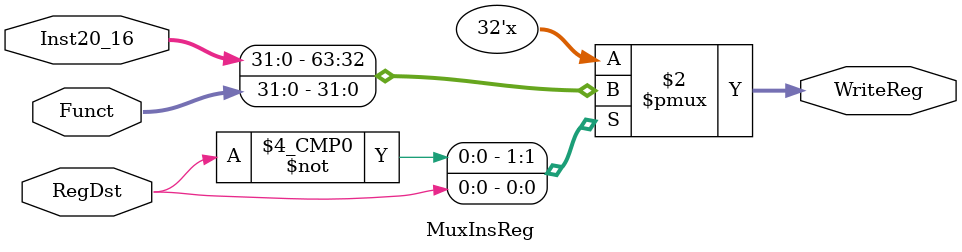
<source format=sv>
module MuxInsReg
(
	input logic [31:0] Inst20_16, 
	input logic [31:0] Funct,
	input logic RegDst,
	output logic [31:0] WriteReg
);

always_comb
	begin
		case (RegDst)
		1'b0: WriteReg <= Inst20_16;
		1'b1: WriteReg <= Funct;
		endcase
	end
 
endmodule: MuxInsReg
</source>
